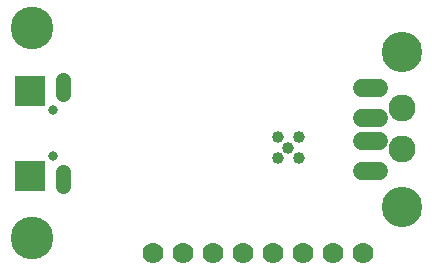
<source format=gbr>
G04 EAGLE Gerber RS-274X export*
G75*
%MOMM*%
%FSLAX34Y34*%
%LPD*%
%INSoldermask Bottom*%
%IPPOS*%
%AMOC8*
5,1,8,0,0,1.08239X$1,22.5*%
G01*
%ADD10C,1.009600*%
%ADD11C,3.617600*%
%ADD12C,2.286000*%
%ADD13C,1.559600*%
%ADD14C,3.417600*%
%ADD15C,0.801600*%
%ADD16R,2.601600X2.601600*%
%ADD17C,1.309600*%
%ADD18C,1.778000*%


D10*
X242710Y102060D03*
X251710Y93060D03*
X233710Y93060D03*
X233710Y111060D03*
X251710Y111060D03*
D11*
X25400Y203200D03*
X25400Y25400D03*
D12*
X339090Y135475D03*
X339090Y100475D03*
D13*
X319280Y107475D02*
X304700Y107475D01*
X304700Y127475D02*
X319280Y127475D01*
X319280Y82475D02*
X304700Y82475D01*
X304700Y152475D02*
X319280Y152475D01*
D14*
X339090Y51775D03*
X339090Y183175D03*
D15*
X43180Y133800D03*
X43180Y94800D03*
D16*
X24180Y78300D03*
X24180Y150300D03*
D17*
X52180Y147300D02*
X52180Y159380D01*
X52180Y81300D02*
X52180Y69220D01*
D18*
X128270Y12700D03*
X153670Y12700D03*
X179070Y12700D03*
X204470Y12700D03*
X229870Y12700D03*
X255270Y12700D03*
X280670Y12700D03*
X306070Y12700D03*
M02*

</source>
